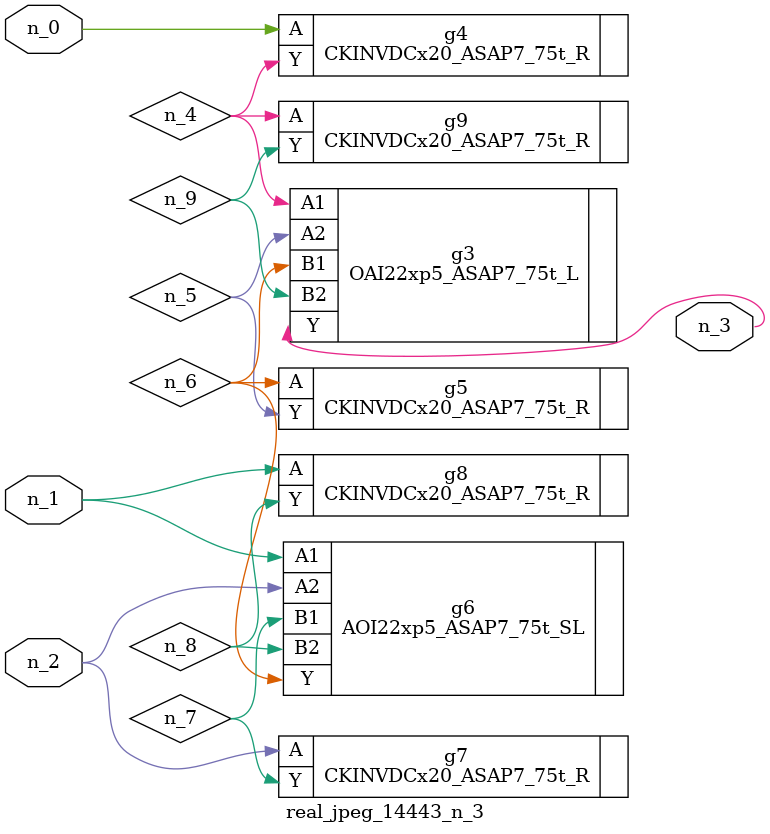
<source format=v>
module real_jpeg_14443_n_3 (n_1, n_0, n_2, n_3);

input n_1;
input n_0;
input n_2;

output n_3;

wire n_5;
wire n_8;
wire n_4;
wire n_6;
wire n_7;
wire n_9;

CKINVDCx20_ASAP7_75t_R g4 ( 
.A(n_0),
.Y(n_4)
);

AOI22xp5_ASAP7_75t_SL g6 ( 
.A1(n_1),
.A2(n_2),
.B1(n_7),
.B2(n_8),
.Y(n_6)
);

CKINVDCx20_ASAP7_75t_R g8 ( 
.A(n_1),
.Y(n_8)
);

CKINVDCx20_ASAP7_75t_R g7 ( 
.A(n_2),
.Y(n_7)
);

OAI22xp5_ASAP7_75t_L g3 ( 
.A1(n_4),
.A2(n_5),
.B1(n_6),
.B2(n_9),
.Y(n_3)
);

CKINVDCx20_ASAP7_75t_R g9 ( 
.A(n_4),
.Y(n_9)
);

CKINVDCx20_ASAP7_75t_R g5 ( 
.A(n_6),
.Y(n_5)
);


endmodule
</source>
